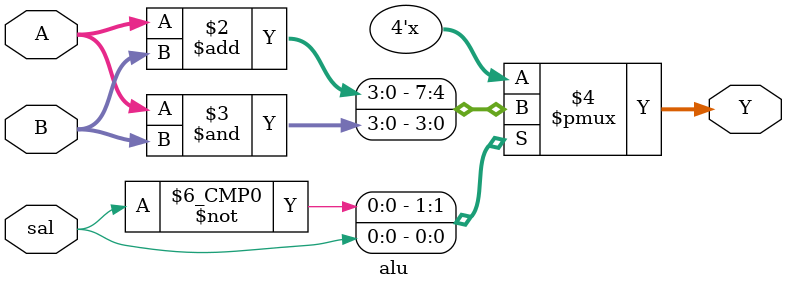
<source format=v>
`timescale 1ns/1ps
module alu (
    input  [3:0] A,     
    input  [3:0] B,     
    input  sal,         
    output reg [3:0] Y  
);

    always @(*) begin
        case (sal)
            1'b0: Y = A + B;   
            1'b1: Y = A & B;   
            default: Y = 4'b0000;
        endcase
    end

endmodule

</source>
